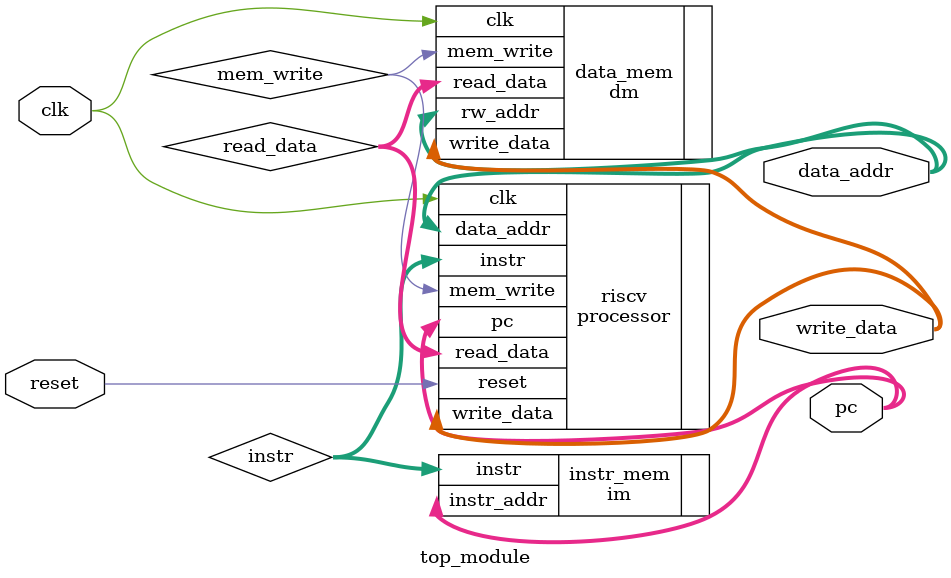
<source format=v>
/*
this module connects the processor to the instruction and data memories
to view signals, set them as outputs
*/

module top_module (
    input clk,
    input reset,
    output wire [31:0] pc,
    output wire [31:0] write_data,
    output wire [31:0] data_addr
);

wire [31:0] instr;
wire [31:0] read_data;
wire mem_write;

processor riscv(
    .clk(clk),
    .reset(reset),
    .instr(instr),
    .read_data(read_data),
    .pc(pc),
    .data_addr(data_addr),
    .write_data(write_data),
    .mem_write(mem_write)
);

im instr_mem(
    .instr_addr(pc),
    .instr(instr)
);

dm data_mem(
    .clk(clk),
    .mem_write(mem_write),
    .rw_addr(data_addr),
    .write_data(write_data),
    .read_data(read_data)
);

endmodule
</source>
